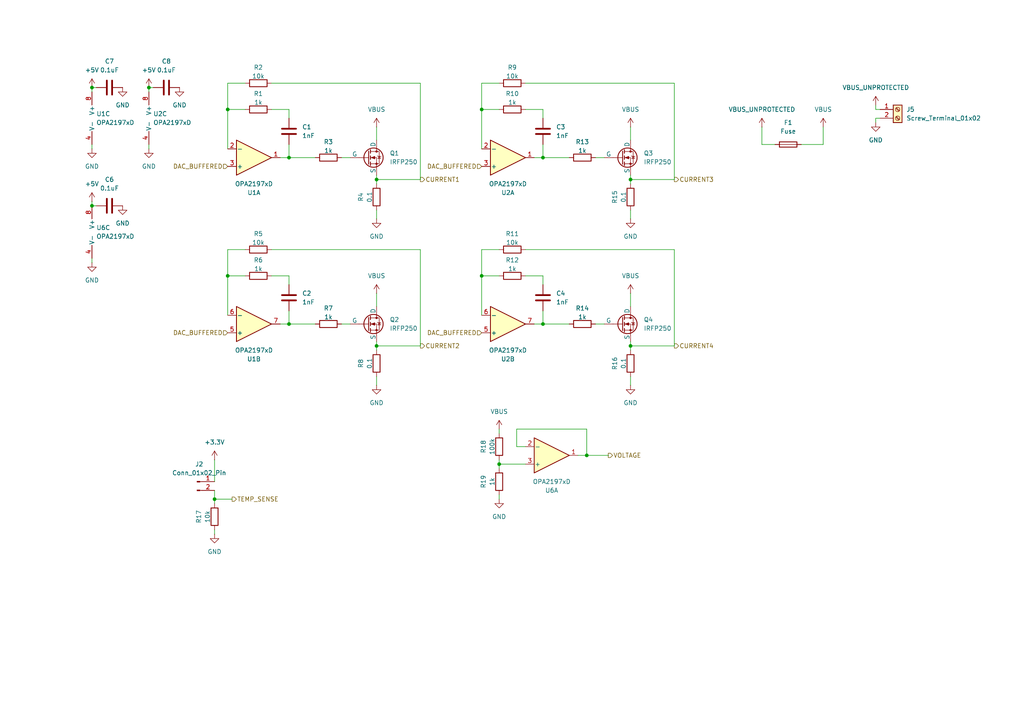
<source format=kicad_sch>
(kicad_sch (version 20250114) (generator "eeschema") (generator_version "9.0")
  (paper "A4")
  (lib_symbols
    (symbol "Amplifier_Operational:OPA2197xD" (pin_names (offset 0.127))
      (property "Reference" "U" (at 2.54 6.35 0))
      (property "Value" "OPA2197xD" (at 2.54 3.81 0))
      (symbol "OPA2197xD_1_1"
        (polyline (pts (xy 5.08 0) (xy -5.08 5.08) (xy -5.08 -5.08) (xy 5.08 0)) (stroke (width 0.254)) (fill (type background)))
        (pin input line (at -7.62 2.54 0) (length 2.54) (name "+") (number "3"))
        (pin input line (at -7.62 -2.54 0) (length 2.54) (name "-") (number "2"))
        (pin output line (at 7.62 0 180) (length 2.54) (name "~") (number "1"))
      )
      (symbol "OPA2197xD_2_1"
        (polyline (pts (xy 5.08 0) (xy -5.08 5.08) (xy -5.08 -5.08) (xy 5.08 0)) (stroke (width 0.254)) (fill (type background)))
        (pin input line (at -7.62 2.54 0) (length 2.54) (name "+") (number "5"))
        (pin input line (at -7.62 -2.54 0) (length 2.54) (name "-") (number "6"))
        (pin output line (at 7.62 0 180) (length 2.54) (name "~") (number "7"))
      )
      (symbol "OPA2197xD_3_1"
        (pin power_in line (at 0 7.62 270) (length 3.81) (name "V+") (number "8"))
        (pin power_in line (at 0 -7.62 90) (length 3.81) (name "V-") (number "4"))
      )
    )
    (symbol "Connector:Conn_01x02_Pin" (pin_names (offset 1.016) (hide yes))
      (property "Reference" "J" (at 0 2.54 0))
      (property "Value" "Conn_01x02_Pin" (at 0 -5.08 0))
      (symbol "Conn_01x02_Pin_1_1"
        (rectangle (start 0.8636 0.127) (end 0 -0.127) (stroke (width 0.1524)) (fill (type outline)))
        (rectangle (start 0.8636 -2.413) (end 0 -2.667) (stroke (width 0.1524)) (fill (type outline)))
        (polyline (pts (xy 1.27 0) (xy 0.8636 0)) (stroke (width 0.1524)))
        (polyline (pts (xy 1.27 -2.54) (xy 0.8636 -2.54)) (stroke (width 0.1524)))
        (pin passive line (at 5.08 0 180) (length 3.81) (name "Pin_1") (number "1"))
        (pin passive line (at 5.08 -2.54 180) (length 3.81) (name "Pin_2") (number "2"))
      )
    )
    (symbol "Connector:Screw_Terminal_01x02" (pin_names (offset 1.016) (hide yes))
      (property "Reference" "J" (at 0 2.54 0))
      (property "Value" "Screw_Terminal_01x02" (at 0 -5.08 0))
      (symbol "Screw_Terminal_01x02_1_1"
        (rectangle (start -1.27 1.27) (end 1.27 -3.81) (stroke (width 0.254)) (fill (type background)))
        (polyline (pts (xy -0.5334 0.3302) (xy 0.3302 -0.508)) (stroke (width 0.1524)))
        (polyline (pts (xy -0.5334 -2.2098) (xy 0.3302 -3.048)) (stroke (width 0.1524)))
        (polyline (pts (xy -0.3556 0.508) (xy 0.508 -0.3302)) (stroke (width 0.1524)))
        (polyline (pts (xy -0.3556 -2.032) (xy 0.508 -2.8702)) (stroke (width 0.1524)))
        (circle (center 0 0) (radius 0.635) (stroke (width 0.1524)))
        (circle (center 0 -2.54) (radius 0.635) (stroke (width 0.1524)))
        (pin passive line (at -5.08 0 0) (length 3.81) (name "Pin_1") (number "1"))
        (pin passive line (at -5.08 -2.54 0) (length 3.81) (name "Pin_2") (number "2"))
      )
    )
    (symbol "Device:C" (pin_numbers (hide yes)) (pin_names (offset 0.254))
      (property "Reference" "C" (at 0.635 2.54 0))
      (property "Value" "C" (at 0.635 -2.54 0))
      (symbol "C_0_1"
        (polyline (pts (xy -2.032 0.762) (xy 2.032 0.762)) (stroke (width 0.508)))
        (polyline (pts (xy -2.032 -0.762) (xy 2.032 -0.762)) (stroke (width 0.508)))
      )
      (symbol "C_1_1"
        (pin passive line (at 0 3.81 270) (length 2.794) (name "~") (number "1"))
        (pin passive line (at 0 -3.81 90) (length 2.794) (name "~") (number "2"))
      )
    )
    (symbol "Device:Fuse" (pin_numbers (hide yes)) (pin_names (offset 0))
      (property "Reference" "F" (at 2.032 0 90))
      (property "Value" "Fuse" (at -1.905 0 90))
      (symbol "Fuse_0_1"
        (rectangle (start -0.762 -2.54) (end 0.762 2.54) (stroke (width 0.254)))
        (polyline (pts (xy 0 2.54) (xy 0 -2.54)))
      )
      (symbol "Fuse_1_1"
        (pin passive line (at 0 3.81 270) (length 1.27) (name "~") (number "1"))
        (pin passive line (at 0 -3.81 90) (length 1.27) (name "~") (number "2"))
      )
    )
    (symbol "Device:R" (pin_numbers (hide yes)) (pin_names (offset 0))
      (property "Reference" "R" (at 2.032 0 90))
      (property "Value" "R" (at 0 0 90))
      (symbol "R_0_1"
        (rectangle (start -1.016 -2.54) (end 1.016 2.54) (stroke (width 0.254)))
      )
      (symbol "R_1_1"
        (pin passive line (at 0 3.81 270) (length 1.27) (name "~") (number "1"))
        (pin passive line (at 0 -3.81 90) (length 1.27) (name "~") (number "2"))
      )
    )
    (symbol "NMOS_1" (pin_numbers (hide yes)) (pin_names (offset 0))
      (property "Reference" "Q1" (at 6.35 1.2701 0))
      (property "Value" "IRFP250" (at 6.35 -1.2699 0))
      (symbol "NMOS_1_0_1"
        (polyline (pts (xy 0.254 1.905) (xy 0.254 -1.905)) (stroke (width 0.254)))
        (polyline (pts (xy 0.254 0) (xy -2.54 0)))
        (polyline (pts (xy 0.762 2.286) (xy 0.762 1.27)) (stroke (width 0.254)))
        (polyline (pts (xy 0.762 0.508) (xy 0.762 -0.508)) (stroke (width 0.254)))
        (polyline (pts (xy 0.762 -1.27) (xy 0.762 -2.286)) (stroke (width 0.254)))
        (polyline (pts (xy 0.762 -1.778) (xy 3.302 -1.778) (xy 3.302 1.778) (xy 0.762 1.778)))
        (polyline (pts (xy 1.016 0) (xy 2.032 0.381) (xy 2.032 -0.381) (xy 1.016 0)) (fill (type outline)))
        (circle (center 1.651 0) (radius 2.794) (stroke (width 0.254)))
        (polyline (pts (xy 2.54 2.54) (xy 2.54 1.778)))
        (circle (center 2.54 1.778) (radius 0.254) (fill (type outline)))
        (circle (center 2.54 -1.778) (radius 0.254) (fill (type outline)))
        (polyline (pts (xy 2.54 -2.54) (xy 2.54 0) (xy 0.762 0)))
        (polyline (pts (xy 2.794 0.508) (xy 2.921 0.381) (xy 3.683 0.381) (xy 3.81 0.254)))
        (polyline (pts (xy 3.302 0.381) (xy 2.921 -0.254) (xy 3.683 -0.254) (xy 3.302 0.381)))
      )
      (symbol "NMOS_1_1_1"
        (pin input line (at -5.08 0 0) (length 2.54) (name "G") (number "1"))
        (pin passive line (at 2.54 5.08 270) (length 2.54) (name "D") (number "2"))
        (pin passive line (at 2.54 -5.08 90) (length 2.54) (name "S") (number "3"))
      )
    )
    (symbol "NMOS_2" (pin_numbers (hide yes)) (pin_names (offset 0))
      (property "Reference" "Q3" (at 6.35 1.2701 0))
      (property "Value" "IRFP250" (at 6.35 -1.2699 0))
      (symbol "NMOS_2_0_1"
        (polyline (pts (xy 0.254 1.905) (xy 0.254 -1.905)) (stroke (width 0.254)))
        (polyline (pts (xy 0.254 0) (xy -2.54 0)))
        (polyline (pts (xy 0.762 2.286) (xy 0.762 1.27)) (stroke (width 0.254)))
        (polyline (pts (xy 0.762 0.508) (xy 0.762 -0.508)) (stroke (width 0.254)))
        (polyline (pts (xy 0.762 -1.27) (xy 0.762 -2.286)) (stroke (width 0.254)))
        (polyline (pts (xy 0.762 -1.778) (xy 3.302 -1.778) (xy 3.302 1.778) (xy 0.762 1.778)))
        (polyline (pts (xy 1.016 0) (xy 2.032 0.381) (xy 2.032 -0.381) (xy 1.016 0)) (fill (type outline)))
        (circle (center 1.651 0) (radius 2.794) (stroke (width 0.254)))
        (polyline (pts (xy 2.54 2.54) (xy 2.54 1.778)))
        (circle (center 2.54 1.778) (radius 0.254) (fill (type outline)))
        (circle (center 2.54 -1.778) (radius 0.254) (fill (type outline)))
        (polyline (pts (xy 2.54 -2.54) (xy 2.54 0) (xy 0.762 0)))
        (polyline (pts (xy 2.794 0.508) (xy 2.921 0.381) (xy 3.683 0.381) (xy 3.81 0.254)))
        (polyline (pts (xy 3.302 0.381) (xy 2.921 -0.254) (xy 3.683 -0.254) (xy 3.302 0.381)))
      )
      (symbol "NMOS_2_1_1"
        (pin input line (at -5.08 0 0) (length 2.54) (name "G") (number "1"))
        (pin passive line (at 2.54 5.08 270) (length 2.54) (name "D") (number "2"))
        (pin passive line (at 2.54 -5.08 90) (length 2.54) (name "S") (number "3"))
      )
    )
    (symbol "NMOS_3" (pin_numbers (hide yes)) (pin_names (offset 0))
      (property "Reference" "Q2" (at 6.35 1.2701 0))
      (property "Value" "IRFP250" (at 6.35 -1.2699 0))
      (symbol "NMOS_3_0_1"
        (polyline (pts (xy 0.254 1.905) (xy 0.254 -1.905)) (stroke (width 0.254)))
        (polyline (pts (xy 0.254 0) (xy -2.54 0)))
        (polyline (pts (xy 0.762 2.286) (xy 0.762 1.27)) (stroke (width 0.254)))
        (polyline (pts (xy 0.762 0.508) (xy 0.762 -0.508)) (stroke (width 0.254)))
        (polyline (pts (xy 0.762 -1.27) (xy 0.762 -2.286)) (stroke (width 0.254)))
        (polyline (pts (xy 0.762 -1.778) (xy 3.302 -1.778) (xy 3.302 1.778) (xy 0.762 1.778)))
        (polyline (pts (xy 1.016 0) (xy 2.032 0.381) (xy 2.032 -0.381) (xy 1.016 0)) (fill (type outline)))
        (circle (center 1.651 0) (radius 2.794) (stroke (width 0.254)))
        (polyline (pts (xy 2.54 2.54) (xy 2.54 1.778)))
        (circle (center 2.54 1.778) (radius 0.254) (fill (type outline)))
        (circle (center 2.54 -1.778) (radius 0.254) (fill (type outline)))
        (polyline (pts (xy 2.54 -2.54) (xy 2.54 0) (xy 0.762 0)))
        (polyline (pts (xy 2.794 0.508) (xy 2.921 0.381) (xy 3.683 0.381) (xy 3.81 0.254)))
        (polyline (pts (xy 3.302 0.381) (xy 2.921 -0.254) (xy 3.683 -0.254) (xy 3.302 0.381)))
      )
      (symbol "NMOS_3_1_1"
        (pin input line (at -5.08 0 0) (length 2.54) (name "G") (number "1"))
        (pin passive line (at 2.54 5.08 270) (length 2.54) (name "D") (number "2"))
        (pin passive line (at 2.54 -5.08 90) (length 2.54) (name "S") (number "3"))
      )
    )
    (symbol "Simulation_SPICE:NMOS" (pin_numbers (hide yes)) (pin_names (offset 0))
      (property "Reference" "Q4" (at 6.35 1.2701 0))
      (property "Value" "IRFP250" (at 6.35 -1.2699 0))
      (symbol "NMOS_0_1"
        (polyline (pts (xy 0.254 1.905) (xy 0.254 -1.905)) (stroke (width 0.254)))
        (polyline (pts (xy 0.254 0) (xy -2.54 0)))
        (polyline (pts (xy 0.762 2.286) (xy 0.762 1.27)) (stroke (width 0.254)))
        (polyline (pts (xy 0.762 0.508) (xy 0.762 -0.508)) (stroke (width 0.254)))
        (polyline (pts (xy 0.762 -1.27) (xy 0.762 -2.286)) (stroke (width 0.254)))
        (polyline (pts (xy 0.762 -1.778) (xy 3.302 -1.778) (xy 3.302 1.778) (xy 0.762 1.778)))
        (polyline (pts (xy 1.016 0) (xy 2.032 0.381) (xy 2.032 -0.381) (xy 1.016 0)) (fill (type outline)))
        (circle (center 1.651 0) (radius 2.794) (stroke (width 0.254)))
        (polyline (pts (xy 2.54 2.54) (xy 2.54 1.778)))
        (circle (center 2.54 1.778) (radius 0.254) (fill (type outline)))
        (circle (center 2.54 -1.778) (radius 0.254) (fill (type outline)))
        (polyline (pts (xy 2.54 -2.54) (xy 2.54 0) (xy 0.762 0)))
        (polyline (pts (xy 2.794 0.508) (xy 2.921 0.381) (xy 3.683 0.381) (xy 3.81 0.254)))
        (polyline (pts (xy 3.302 0.381) (xy 2.921 -0.254) (xy 3.683 -0.254) (xy 3.302 0.381)))
      )
      (symbol "NMOS_1_1"
        (pin input line (at -5.08 0 0) (length 2.54) (name "G") (number "1"))
        (pin passive line (at 2.54 5.08 270) (length 2.54) (name "D") (number "2"))
        (pin passive line (at 2.54 -5.08 90) (length 2.54) (name "S") (number "3"))
      )
    )
    (symbol "power:+3.3V" (power) (pin_numbers (hide yes)) (pin_names (offset 0) (hide yes))
      (property "Value" "+3.3V" (at 0 3.556 0))
      (symbol "+3.3V_0_1"
        (polyline (pts (xy -0.762 1.27) (xy 0 2.54)))
        (polyline (pts (xy 0 2.54) (xy 0.762 1.27)))
        (polyline (pts (xy 0 0) (xy 0 2.54)))
      )
      (symbol "+3.3V_1_1"
        (pin power_in line (at 0 0 90) (length 0) (name "~") (number "1"))
      )
    )
    (symbol "power:+5V" (power) (pin_numbers (hide yes)) (pin_names (offset 0) (hide yes))
      (property "Value" "+5V" (at 0 3.556 0))
      (symbol "+5V_0_1"
        (polyline (pts (xy -0.762 1.27) (xy 0 2.54)))
        (polyline (pts (xy 0 2.54) (xy 0.762 1.27)))
        (polyline (pts (xy 0 0) (xy 0 2.54)))
      )
      (symbol "+5V_1_1"
        (pin power_in line (at 0 0 90) (length 0) (name "~") (number "1"))
      )
    )
    (symbol "power:GND" (power) (pin_numbers (hide yes)) (pin_names (offset 0) (hide yes))
      (property "Value" "GND" (at 0 -3.81 0))
      (symbol "GND_0_1"
        (polyline (pts (xy 0 0) (xy 0 -1.27) (xy 1.27 -1.27) (xy 0 -2.54) (xy -1.27 -1.27) (xy 0 -1.27)))
      )
      (symbol "GND_1_1"
        (pin power_in line (at 0 0 270) (length 0) (name "~") (number "1"))
      )
    )
    (symbol "power:VBUS" (power) (pin_numbers (hide yes)) (pin_names (offset 0) (hide yes))
      (property "Value" "VBUS" (at 0 3.556 0))
      (symbol "VBUS_0_1"
        (polyline (pts (xy -0.762 1.27) (xy 0 2.54)))
        (polyline (pts (xy 0 2.54) (xy 0.762 1.27)))
        (polyline (pts (xy 0 0) (xy 0 2.54)))
      )
      (symbol "VBUS_1_1"
        (pin power_in line (at 0 0 90) (length 0) (name "~") (number "1"))
      )
    )
  )
  (junction (at 139.7 80.01))
  (junction (at 66.04 80.01))
  (junction (at 109.22 52.07))
  (junction (at 62.23 144.78))
  (junction (at 43.18 25.4))
  (junction (at 66.04 31.75))
  (junction (at 157.48 45.72))
  (junction (at 26.67 59.69))
  (junction (at 109.22 100.33))
  (junction (at 182.88 100.33))
  (junction (at 26.67 25.4))
  (junction (at 182.88 52.07))
  (junction (at 83.82 93.98))
  (junction (at 139.7 31.75))
  (junction (at 144.78 134.62))
  (junction (at 170.18 132.08))
  (junction (at 83.82 45.72))
  (junction (at 157.48 93.98))
  (wire (pts (xy 152.4 72.39) (xy 195.58 72.39)))
  (wire (pts (xy 83.82 31.75) (xy 83.82 34.29)))
  (wire (pts (xy 144.78 124.46) (xy 144.78 125.73)))
  (wire (pts (xy 232.41 41.91) (xy 238.76 41.91)))
  (wire (pts (xy 254 30.48) (xy 254 31.75)))
  (wire (pts (xy 157.48 45.72) (xy 165.1 45.72)))
  (wire (pts (xy 139.7 31.75) (xy 139.7 24.13)))
  (wire (pts (xy 182.88 109.22) (xy 182.88 111.76)))
  (wire (pts (xy 66.04 80.01) (xy 66.04 72.39)))
  (wire (pts (xy 66.04 24.13) (xy 71.12 24.13)))
  (wire (pts (xy 62.23 144.78) (xy 67.31 144.78)))
  (wire (pts (xy 170.18 124.46) (xy 170.18 132.08)))
  (wire (pts (xy 195.58 24.13) (xy 195.58 52.07)))
  (wire (pts (xy 254 31.75) (xy 255.27 31.75)))
  (wire (pts (xy 66.04 91.44) (xy 66.04 80.01)))
  (wire (pts (xy 157.48 31.75) (xy 157.48 34.29)))
  (wire (pts (xy 83.82 80.01) (xy 83.82 82.55)))
  (wire (pts (xy 26.67 41.91) (xy 26.67 43.18)))
  (wire (pts (xy 149.86 124.46) (xy 170.18 124.46)))
  (wire (pts (xy 43.18 41.91) (xy 43.18 43.18)))
  (wire (pts (xy 27.94 25.4) (xy 26.67 25.4)))
  (wire (pts (xy 62.23 153.67) (xy 62.23 154.94)))
  (wire (pts (xy 195.58 100.33) (xy 182.88 100.33)))
  (wire (pts (xy 149.86 129.54) (xy 149.86 124.46)))
  (wire (pts (xy 109.22 50.8) (xy 109.22 52.07)))
  (wire (pts (xy 152.4 80.01) (xy 157.48 80.01)))
  (wire (pts (xy 182.88 50.8) (xy 182.88 52.07)))
  (wire (pts (xy 62.23 142.24) (xy 62.23 144.78)))
  (wire (pts (xy 62.23 133.35) (xy 62.23 139.7)))
  (wire (pts (xy 43.18 25.4) (xy 43.18 26.67)))
  (wire (pts (xy 220.98 36.83) (xy 220.98 41.91)))
  (wire (pts (xy 195.58 52.07) (xy 182.88 52.07)))
  (wire (pts (xy 175.26 93.98) (xy 172.72 93.98)))
  (wire (pts (xy 238.76 41.91) (xy 238.76 36.83)))
  (wire (pts (xy 78.74 80.01) (xy 83.82 80.01)))
  (wire (pts (xy 109.22 85.09) (xy 109.22 88.9)))
  (wire (pts (xy 101.6 45.72) (xy 99.06 45.72)))
  (wire (pts (xy 44.45 25.4) (xy 43.18 25.4)))
  (wire (pts (xy 101.6 93.98) (xy 99.06 93.98)))
  (wire (pts (xy 66.04 80.01) (xy 71.12 80.01)))
  (wire (pts (xy 182.88 60.96) (xy 182.88 63.5)))
  (wire (pts (xy 157.48 93.98) (xy 154.94 93.98)))
  (wire (pts (xy 254 34.29) (xy 255.27 34.29)))
  (wire (pts (xy 139.7 80.01) (xy 144.78 80.01)))
  (wire (pts (xy 195.58 72.39) (xy 195.58 100.33)))
  (wire (pts (xy 109.22 109.22) (xy 109.22 111.76)))
  (wire (pts (xy 121.92 24.13) (xy 121.92 52.07)))
  (wire (pts (xy 144.78 134.62) (xy 152.4 134.62)))
  (wire (pts (xy 139.7 31.75) (xy 144.78 31.75)))
  (wire (pts (xy 109.22 99.06) (xy 109.22 100.33)))
  (wire (pts (xy 254 35.56) (xy 254 34.29)))
  (wire (pts (xy 157.48 41.91) (xy 157.48 45.72)))
  (wire (pts (xy 139.7 24.13) (xy 144.78 24.13)))
  (wire (pts (xy 66.04 72.39) (xy 71.12 72.39)))
  (wire (pts (xy 139.7 72.39) (xy 144.78 72.39)))
  (wire (pts (xy 157.48 45.72) (xy 154.94 45.72)))
  (wire (pts (xy 26.67 58.42) (xy 26.67 59.69)))
  (wire (pts (xy 78.74 72.39) (xy 121.92 72.39)))
  (wire (pts (xy 152.4 129.54) (xy 149.86 129.54)))
  (wire (pts (xy 170.18 132.08) (xy 167.64 132.08)))
  (wire (pts (xy 83.82 41.91) (xy 83.82 45.72)))
  (wire (pts (xy 157.48 93.98) (xy 165.1 93.98)))
  (wire (pts (xy 83.82 93.98) (xy 81.28 93.98)))
  (wire (pts (xy 139.7 80.01) (xy 139.7 72.39)))
  (wire (pts (xy 83.82 93.98) (xy 91.44 93.98)))
  (wire (pts (xy 109.22 52.07) (xy 109.22 53.34)))
  (wire (pts (xy 139.7 91.44) (xy 139.7 80.01)))
  (wire (pts (xy 109.22 36.83) (xy 109.22 40.64)))
  (wire (pts (xy 78.74 31.75) (xy 83.82 31.75)))
  (wire (pts (xy 157.48 80.01) (xy 157.48 82.55)))
  (wire (pts (xy 144.78 133.35) (xy 144.78 134.62)))
  (wire (pts (xy 121.92 52.07) (xy 109.22 52.07)))
  (wire (pts (xy 83.82 45.72) (xy 91.44 45.72)))
  (wire (pts (xy 78.74 24.13) (xy 121.92 24.13)))
  (wire (pts (xy 144.78 143.51) (xy 144.78 144.78)))
  (wire (pts (xy 66.04 31.75) (xy 71.12 31.75)))
  (wire (pts (xy 83.82 90.17) (xy 83.82 93.98)))
  (wire (pts (xy 175.26 45.72) (xy 172.72 45.72)))
  (wire (pts (xy 220.98 41.91) (xy 224.79 41.91)))
  (wire (pts (xy 109.22 60.96) (xy 109.22 63.5)))
  (wire (pts (xy 152.4 31.75) (xy 157.48 31.75)))
  (wire (pts (xy 182.88 100.33) (xy 182.88 101.6)))
  (wire (pts (xy 83.82 45.72) (xy 81.28 45.72)))
  (wire (pts (xy 26.67 74.93) (xy 26.67 76.2)))
  (wire (pts (xy 182.88 36.83) (xy 182.88 40.64)))
  (wire (pts (xy 182.88 85.09) (xy 182.88 88.9)))
  (wire (pts (xy 157.48 90.17) (xy 157.48 93.98)))
  (wire (pts (xy 121.92 100.33) (xy 109.22 100.33)))
  (wire (pts (xy 26.67 25.4) (xy 26.67 26.67)))
  (wire (pts (xy 66.04 43.18) (xy 66.04 31.75)))
  (wire (pts (xy 182.88 52.07) (xy 182.88 53.34)))
  (wire (pts (xy 170.18 132.08) (xy 176.53 132.08)))
  (wire (pts (xy 152.4 24.13) (xy 195.58 24.13)))
  (wire (pts (xy 121.92 72.39) (xy 121.92 100.33)))
  (wire (pts (xy 182.88 99.06) (xy 182.88 100.33)))
  (wire (pts (xy 139.7 43.18) (xy 139.7 31.75)))
  (wire (pts (xy 27.94 59.69) (xy 26.67 59.69)))
  (wire (pts (xy 109.22 100.33) (xy 109.22 101.6)))
  (wire (pts (xy 144.78 134.62) (xy 144.78 135.89)))
  (wire (pts (xy 62.23 144.78) (xy 62.23 146.05)))
  (wire (pts (xy 66.04 31.75) (xy 66.04 24.13)))
  (hierarchical_label "TEMP_SENSE" (shape output) (at 67.31 144.78 0))
  (hierarchical_label "CURRENT1" (shape output) (at 121.92 52.07 0))
  (hierarchical_label "DAC_BUFFERED" (shape input) (at 66.04 96.52 180))
  (hierarchical_label "VOLTAGE" (shape output) (at 176.4096 132.08 0))
  (hierarchical_label "CURRENT4" (shape output) (at 195.58 100.33 0))
  (hierarchical_label "CURRENT3" (shape output) (at 195.58 52.07 0))
  (hierarchical_label "DAC_BUFFERED" (shape input) (at 139.7 48.26 180))
  (hierarchical_label "DAC_BUFFERED" (shape input) (at 66.04 48.26 180))
  (hierarchical_label "CURRENT2" (shape output) (at 121.92 100.33 0))
  (hierarchical_label "DAC_BUFFERED" (shape input) (at 139.7 96.52 180))
  (symbol (lib_id "Amplifier_Operational:OPA2197xD") (at 73.66 45.72 0) (mirror x) (unit 1)
    (property "Reference" "U1" (at 73.66 55.88 0))
    (property "Value" "OPA2197xD" (at 73.66 53.34 0))
    (property "Footprint" "Package_SO:SOIC-8_3.9x4.9mm_P1.27mm" (effects (hide yes)))
    (property "Datasheet" "http://www.ti.com/lit/ds/symlink/opa2197.pdf" (effects (hide yes)))
    (property "Description" "Dual 36V, Precision, Rail-to-Rail Input/Output, Low Offset Voltage, Operational Amplifier, SOIC-8" (effects (hide yes)))
  )
  (symbol (lib_id "Device:C") (at 31.75 59.69 90) (unit 1)
    (property "Reference" "C6" (at 31.75 52.07 90))
    (property "Value" "0.1uF" (at 31.75 54.61 90))
    (property "Footprint" "Capacitor_SMD:C_0603_1608Metric" (effects (hide yes)))
    (property "Description" "Unpolarized capacitor" (effects (hide yes)))
  )
  (symbol (lib_id "power:+5V") (at 26.67 58.42 0) (unit 1)
    (property "Reference" "#PWR030" (effects (hide yes)))
    (property "Value" "+5V" (at 26.67 53.34 0))
    (property "Description" "Power symbol creates a global label with name \"+5V\"" (effects (hide yes)))
  )
  (symbol (lib_id "Device:R") (at 148.59 80.01 90) (unit 1)
    (property "Reference" "R12" (at 148.59 75.438 90))
    (property "Value" "1k" (at 148.59 77.978 90))
    (property "Footprint" "Resistor_SMD:R_0603_1608Metric" (effects (hide yes)))
    (property "Description" "Resistor" (effects (hide yes)))
  )
  (symbol (lib_id "Device:Fuse") (at 228.6 41.91 90) (unit 1)
    (property "Reference" "F1" (at 228.6 35.56 90))
    (property "Value" "Fuse" (at 228.6 38.1 90))
    (property "Footprint" "Fuse:Fuseholder_Cylinder-5x20mm_Schurter_0031_8201_Horizontal_Open" (effects (hide yes)))
    (property "Description" "Fuse" (effects (hide yes)))
  )
  (symbol (lib_id "power:GND") (at 26.67 76.2 0) (unit 1)
    (property "Reference" "#PWR031" (effects (hide yes)))
    (property "Value" "GND" (at 26.67 81.28 0))
    (property "Description" "Power symbol creates a global label with name \"GND\" , ground" (effects (hide yes)))
  )
  (symbol (lib_id "Device:R") (at 74.93 24.13 90) (unit 1)
    (property "Reference" "R2" (at 74.93 19.558 90))
    (property "Value" "10k" (at 74.93 22.098 90))
    (property "Footprint" "Resistor_SMD:R_0603_1608Metric" (effects (hide yes)))
    (property "Description" "Resistor" (effects (hide yes)))
  )
  (symbol (lib_id "Amplifier_Operational:OPA2197xD") (at 26.67 34.29 0) (unit 3)
    (property "Reference" "U1" (at 27.94 33.0199 0) (effects (justify left)))
    (property "Value" "OPA2197xD" (at 27.94 35.5599 0) (effects (justify left)))
    (property "Footprint" "Package_SO:SOIC-8_3.9x4.9mm_P1.27mm" (effects (hide yes)))
    (property "Datasheet" "http://www.ti.com/lit/ds/symlink/opa2197.pdf" (effects (hide yes)))
    (property "Description" "Dual 36V, Precision, Rail-to-Rail Input/Output, Low Offset Voltage, Operational Amplifier, SOIC-8" (effects (hide yes)))
  )
  (symbol (lib_id "power:GND") (at 254 35.56 0) (unit 1)
    (property "Reference" "#PWR040" (effects (hide yes)))
    (property "Value" "GND" (at 254 40.64 0))
    (property "Description" "Power symbol creates a global label with name \"GND\" , ground" (effects (hide yes)))
  )
  (symbol (lib_id "Device:R") (at 62.23 149.86 180) (unit 1)
    (property "Reference" "R17" (at 57.658 149.86 90))
    (property "Value" "10k" (at 60.198 149.86 90))
    (property "Footprint" "Resistor_SMD:R_0603_1608Metric" (effects (hide yes)))
    (property "Description" "Resistor" (effects (hide yes)))
  )
  (symbol (lib_name "NMOS_1") (lib_id "Simulation_SPICE:NMOS") (at 106.68 45.72 0) (unit 1)
    (property "Reference" "Q1" (at 113.03 44.4499 0) (effects (justify left)))
    (property "Value" "IRFP250" (at 113.03 46.9899 0) (effects (justify left)))
    (property "Footprint" "Package_TO_SOT_THT:TO-247-3_Vertical" (effects (hide yes)))
    (property "Datasheet" "https://ngspice.sourceforge.io/docs/ngspice-html-manual/manual.xhtml#cha_MOSFETs" (effects (hide yes)))
    (property "Description" "N-MOSFET transistor, drain/source/gate" (effects (hide yes)))
    (property "Sim.Device" "NMOS" (effects (hide yes)))
    (property "Sim.Type" "VDMOS" (effects (hide yes)))
    (property "Sim.Pins" "1=D 2=G 3=S" (effects (hide yes)))
  )
  (symbol (lib_id "power:VBUS") (at 220.98 36.83 0) (unit 1)
    (property "Reference" "#PWR042" (effects (hide yes)))
    (property "Value" "VBUS_UNPROTECTED" (at 220.98 31.75 0))
    (property "Description" "Power symbol creates a global label with name \"VBUS\"" (effects (hide yes)))
  )
  (symbol (lib_id "power:GND") (at 26.67 43.18 0) (unit 1)
    (property "Reference" "#PWR06" (effects (hide yes)))
    (property "Value" "GND" (at 26.67 48.26 0))
    (property "Description" "Power symbol creates a global label with name \"GND\" , ground" (effects (hide yes)))
  )
  (symbol (lib_id "Device:R") (at 182.88 57.15 180) (unit 1)
    (property "Reference" "R15" (at 178.308 57.15 90))
    (property "Value" "0.1" (at 180.848 57.15 90))
    (property "Footprint" "Resistor_SMD:R_2512_6332Metric_Pad1.40x3.35mm_HandSolder" (effects (hide yes)))
    (property "Description" "Resistor" (effects (hide yes)))
  )
  (symbol (lib_id "power:+5V") (at 43.18 25.4 0) (unit 1)
    (property "Reference" "#PWR011" (effects (hide yes)))
    (property "Value" "+5V" (at 43.18 20.32 0))
    (property "Description" "Power symbol creates a global label with name \"+5V\"" (effects (hide yes)))
  )
  (symbol (lib_id "power:GND") (at 182.88 111.76 0) (unit 1)
    (property "Reference" "#PWR010" (effects (hide yes)))
    (property "Value" "GND" (at 182.88 116.84 0))
    (property "Description" "Power symbol creates a global label with name \"GND\" , ground" (effects (hide yes)))
  )
  (symbol (lib_id "Amplifier_Operational:OPA2197xD") (at 73.66 93.98 0) (mirror x) (unit 2)
    (property "Reference" "U1" (at 73.66 104.14 0))
    (property "Value" "OPA2197xD" (at 73.66 101.6 0))
    (property "Footprint" "Package_SO:SOIC-8_3.9x4.9mm_P1.27mm" (effects (hide yes)))
    (property "Datasheet" "http://www.ti.com/lit/ds/symlink/opa2197.pdf" (effects (hide yes)))
    (property "Description" "Dual 36V, Precision, Rail-to-Rail Input/Output, Low Offset Voltage, Operational Amplifier, SOIC-8" (effects (hide yes)))
  )
  (symbol (lib_id "power:+5V") (at 26.67 25.4 0) (unit 1)
    (property "Reference" "#PWR05" (effects (hide yes)))
    (property "Value" "+5V" (at 26.67 20.32 0))
    (property "Description" "Power symbol creates a global label with name \"+5V\"" (effects (hide yes)))
  )
  (symbol (lib_id "Amplifier_Operational:OPA2197xD") (at 43.18 34.29 0) (unit 3)
    (property "Reference" "U2" (at 44.45 33.0199 0) (effects (justify left)))
    (property "Value" "OPA2197xD" (at 44.45 35.5599 0) (effects (justify left)))
    (property "Footprint" "Package_SO:SOIC-8_3.9x4.9mm_P1.27mm" (effects (hide yes)))
    (property "Datasheet" "http://www.ti.com/lit/ds/symlink/opa2197.pdf" (effects (hide yes)))
    (property "Description" "Dual 36V, Precision, Rail-to-Rail Input/Output, Low Offset Voltage, Operational Amplifier, SOIC-8" (effects (hide yes)))
  )
  (symbol (lib_id "Device:C") (at 157.48 86.36 0) (unit 1)
    (property "Reference" "C4" (at 161.29 85.0899 0) (effects (justify left)))
    (property "Value" "1nF" (at 161.29 87.6299 0) (effects (justify left)))
    (property "Footprint" "Capacitor_SMD:C_0603_1608Metric" (effects (hide yes)))
    (property "Description" "Unpolarized capacitor" (effects (hide yes)))
  )
  (symbol (lib_id "Device:R") (at 74.93 80.01 90) (unit 1)
    (property "Reference" "R6" (at 74.93 75.438 90))
    (property "Value" "1k" (at 74.93 77.978 90))
    (property "Footprint" "Resistor_SMD:R_0603_1608Metric" (effects (hide yes)))
    (property "Description" "Resistor" (effects (hide yes)))
  )
  (symbol (lib_id "power:GND") (at 109.22 111.76 0) (unit 1)
    (property "Reference" "#PWR04" (effects (hide yes)))
    (property "Value" "GND" (at 109.22 116.84 0))
    (property "Description" "Power symbol creates a global label with name \"GND\" , ground" (effects (hide yes)))
  )
  (symbol (lib_id "Device:R") (at 148.59 31.75 90) (unit 1)
    (property "Reference" "R10" (at 148.59 27.178 90))
    (property "Value" "1k" (at 148.59 29.718 90))
    (property "Footprint" "Resistor_SMD:R_0603_1608Metric" (effects (hide yes)))
    (property "Description" "Resistor" (effects (hide yes)))
  )
  (symbol (lib_id "Device:C") (at 83.82 86.36 0) (unit 1)
    (property "Reference" "C2" (at 87.63 85.0899 0) (effects (justify left)))
    (property "Value" "1nF" (at 87.63 87.6299 0) (effects (justify left)))
    (property "Footprint" "Capacitor_SMD:C_0603_1608Metric" (effects (hide yes)))
    (property "Description" "Unpolarized capacitor" (effects (hide yes)))
  )
  (symbol (lib_id "Device:C") (at 48.26 25.4 90) (unit 1)
    (property "Reference" "C8" (at 48.26 17.78 90))
    (property "Value" "0.1uF" (at 48.26 20.32 90))
    (property "Footprint" "Capacitor_SMD:C_0603_1608Metric" (effects (hide yes)))
    (property "Description" "Unpolarized capacitor" (effects (hide yes)))
  )
  (symbol (lib_id "Device:R") (at 144.78 129.54 180) (unit 1)
    (property "Reference" "R18" (at 140.208 129.54 90))
    (property "Value" "100k" (at 142.748 129.54 90))
    (property "Footprint" "Resistor_SMD:R_0603_1608Metric" (effects (hide yes)))
    (property "Description" "Resistor" (effects (hide yes)))
  )
  (symbol (lib_id "power:VBUS") (at 144.78 124.46 0) (unit 1)
    (property "Reference" "#PWR032" (effects (hide yes)))
    (property "Value" "VBUS" (at 144.78 119.38 0))
    (property "Description" "Power symbol creates a global label with name \"VBUS\"" (effects (hide yes)))
  )
  (symbol (lib_id "Amplifier_Operational:OPA2197xD") (at 147.32 45.72 0) (mirror x) (unit 1)
    (property "Reference" "U2" (at 147.32 55.88 0))
    (property "Value" "OPA2197xD" (at 147.32 53.34 0))
    (property "Footprint" "Package_SO:SOIC-8_3.9x4.9mm_P1.27mm" (effects (hide yes)))
    (property "Datasheet" "http://www.ti.com/lit/ds/symlink/opa2197.pdf" (effects (hide yes)))
    (property "Description" "Dual 36V, Precision, Rail-to-Rail Input/Output, Low Offset Voltage, Operational Amplifier, SOIC-8" (effects (hide yes)))
  )
  (symbol (lib_name "NMOS_3") (lib_id "Simulation_SPICE:NMOS") (at 106.68 93.98 0) (unit 1)
    (property "Reference" "Q2" (at 113.03 92.7099 0) (effects (justify left)))
    (property "Value" "IRFP250" (at 113.03 95.2499 0) (effects (justify left)))
    (property "Footprint" "Package_TO_SOT_THT:TO-247-3_Vertical" (effects (hide yes)))
    (property "Datasheet" "https://ngspice.sourceforge.io/docs/ngspice-html-manual/manual.xhtml#cha_MOSFETs" (effects (hide yes)))
    (property "Description" "N-MOSFET transistor, drain/source/gate" (effects (hide yes)))
    (property "Sim.Device" "NMOS" (effects (hide yes)))
    (property "Sim.Type" "VDMOS" (effects (hide yes)))
    (property "Sim.Pins" "1=D 2=G 3=S" (effects (hide yes)))
  )
  (symbol (lib_id "power:GND") (at 35.56 59.69 0) (unit 1)
    (property "Reference" "#PWR036" (effects (hide yes)))
    (property "Value" "GND" (at 35.56 64.77 0))
    (property "Description" "Power symbol creates a global label with name \"GND\" , ground" (effects (hide yes)))
  )
  (symbol (lib_id "Device:C") (at 31.75 25.4 90) (unit 1)
    (property "Reference" "C7" (at 31.75 17.78 90))
    (property "Value" "0.1uF" (at 31.75 20.32 90))
    (property "Footprint" "Capacitor_SMD:C_0603_1608Metric" (effects (hide yes)))
    (property "Description" "Unpolarized capacitor" (effects (hide yes)))
  )
  (symbol (lib_id "Device:R") (at 95.25 93.98 90) (unit 1)
    (property "Reference" "R7" (at 95.25 89.408 90))
    (property "Value" "1k" (at 95.25 91.948 90))
    (property "Footprint" "Resistor_SMD:R_0603_1608Metric" (effects (hide yes)))
    (property "Description" "Resistor" (effects (hide yes)))
  )
  (symbol (lib_id "Amplifier_Operational:OPA2197xD") (at 26.67 67.31 0) (unit 3)
    (property "Reference" "U6" (at 27.94 66.0399 0) (effects (justify left)))
    (property "Value" "OPA2197xD" (at 27.94 68.5799 0) (effects (justify left)))
    (property "Footprint" "Package_SO:SOIC-8_3.9x4.9mm_P1.27mm" (effects (hide yes)))
    (property "Datasheet" "http://www.ti.com/lit/ds/symlink/opa2197.pdf" (effects (hide yes)))
    (property "Description" "Dual 36V, Precision, Rail-to-Rail Input/Output, Low Offset Voltage, Operational Amplifier, SOIC-8" (effects (hide yes)))
  )
  (symbol (lib_id "Device:R") (at 144.78 139.7 180) (unit 1)
    (property "Reference" "R19" (at 140.208 139.7 90))
    (property "Value" "1k" (at 142.748 139.7 90))
    (property "Footprint" "Resistor_SMD:R_0603_1608Metric" (effects (hide yes)))
    (property "Description" "Resistor" (effects (hide yes)))
  )
  (symbol (lib_id "power:VBUS") (at 254 30.48 0) (unit 1)
    (property "Reference" "#PWR041" (effects (hide yes)))
    (property "Value" "VBUS_UNPROTECTED" (at 254 25.4 0))
    (property "Description" "Power symbol creates a global label with name \"VBUS\"" (effects (hide yes)))
  )
  (symbol (lib_id "power:VBUS") (at 182.88 85.09 0) (unit 1)
    (property "Reference" "#PWR09" (effects (hide yes)))
    (property "Value" "VBUS" (at 182.88 80.01 0))
    (property "Description" "Power symbol creates a global label with name \"VBUS\"" (effects (hide yes)))
  )
  (symbol (lib_id "Device:R") (at 148.59 24.13 90) (unit 1)
    (property "Reference" "R9" (at 148.59 19.558 90))
    (property "Value" "10k" (at 148.59 22.098 90))
    (property "Footprint" "Resistor_SMD:R_0603_1608Metric" (effects (hide yes)))
    (property "Description" "Resistor" (effects (hide yes)))
  )
  (symbol (lib_id "Device:R") (at 109.22 105.41 180) (unit 1)
    (property "Reference" "R8" (at 104.648 105.41 90))
    (property "Value" "0.1" (at 107.188 105.41 90))
    (property "Footprint" "Resistor_SMD:R_2512_6332Metric_Pad1.40x3.35mm_HandSolder" (effects (hide yes)))
    (property "Description" "Resistor" (effects (hide yes)))
  )
  (symbol (lib_id "Simulation_SPICE:NMOS") (at 180.34 93.98 0) (unit 1)
    (property "Reference" "Q4" (at 186.69 92.7099 0) (effects (justify left)))
    (property "Value" "IRFP250" (at 186.69 95.2499 0) (effects (justify left)))
    (property "Footprint" "Package_TO_SOT_THT:TO-247-3_Vertical" (effects (hide yes)))
    (property "Datasheet" "https://ngspice.sourceforge.io/docs/ngspice-html-manual/manual.xhtml#cha_MOSFETs" (effects (hide yes)))
    (property "Description" "N-MOSFET transistor, drain/source/gate" (effects (hide yes)))
    (property "Sim.Device" "NMOS" (effects (hide yes)))
    (property "Sim.Type" "VDMOS" (effects (hide yes)))
    (property "Sim.Pins" "1=D 2=G 3=S" (effects (hide yes)))
  )
  (symbol (lib_id "Device:R") (at 182.88 105.41 180) (unit 1)
    (property "Reference" "R16" (at 178.308 105.41 90))
    (property "Value" "0.1" (at 180.848 105.41 90))
    (property "Footprint" "Resistor_SMD:R_2512_6332Metric_Pad1.40x3.35mm_HandSolder" (effects (hide yes)))
    (property "Description" "Resistor" (effects (hide yes)))
  )
  (symbol (lib_id "power:VBUS") (at 238.76 36.83 0) (unit 1)
    (property "Reference" "#PWR039" (effects (hide yes)))
    (property "Value" "VBUS" (at 238.76 31.75 0))
    (property "Description" "Power symbol creates a global label with name \"VBUS\"" (effects (hide yes)))
  )
  (symbol (lib_id "power:VBUS") (at 109.22 36.83 0) (unit 1)
    (property "Reference" "#PWR01" (effects (hide yes)))
    (property "Value" "VBUS" (at 109.22 31.75 0))
    (property "Description" "Power symbol creates a global label with name \"VBUS\"" (effects (hide yes)))
  )
  (symbol (lib_id "power:VBUS") (at 182.88 36.83 0) (unit 1)
    (property "Reference" "#PWR07" (effects (hide yes)))
    (property "Value" "VBUS" (at 182.88 31.75 0))
    (property "Description" "Power symbol creates a global label with name \"VBUS\"" (effects (hide yes)))
  )
  (symbol (lib_id "Device:C") (at 157.48 38.1 0) (unit 1)
    (property "Reference" "C3" (at 161.29 36.8299 0) (effects (justify left)))
    (property "Value" "1nF" (at 161.29 39.3699 0) (effects (justify left)))
    (property "Footprint" "Capacitor_SMD:C_0603_1608Metric" (effects (hide yes)))
    (property "Description" "Unpolarized capacitor" (effects (hide yes)))
  )
  (symbol (lib_id "Amplifier_Operational:OPA2197xD") (at 160.02 132.08 0) (mirror x) (unit 1)
    (property "Reference" "U6" (at 160.02 142.24 0))
    (property "Value" "OPA2197xD" (at 160.02 139.7 0))
    (property "Footprint" "Package_SO:SOIC-8_3.9x4.9mm_P1.27mm" (effects (hide yes)))
    (property "Datasheet" "http://www.ti.com/lit/ds/symlink/opa2197.pdf" (effects (hide yes)))
    (property "Description" "Dual 36V, Precision, Rail-to-Rail Input/Output, Low Offset Voltage, Operational Amplifier, SOIC-8" (effects (hide yes)))
  )
  (symbol (lib_id "power:GND") (at 35.56 25.4 0) (unit 1)
    (property "Reference" "#PWR037" (effects (hide yes)))
    (property "Value" "GND" (at 35.56 30.48 0))
    (property "Description" "Power symbol creates a global label with name \"GND\" , ground" (effects (hide yes)))
  )
  (symbol (lib_name "NMOS_2") (lib_id "Simulation_SPICE:NMOS") (at 180.34 45.72 0) (unit 1)
    (property "Reference" "Q3" (at 186.69 44.4499 0) (effects (justify left)))
    (property "Value" "IRFP250" (at 186.69 46.9899 0) (effects (justify left)))
    (property "Footprint" "Package_TO_SOT_THT:TO-247-3_Vertical" (effects (hide yes)))
    (property "Datasheet" "https://ngspice.sourceforge.io/docs/ngspice-html-manual/manual.xhtml#cha_MOSFETs" (effects (hide yes)))
    (property "Description" "N-MOSFET transistor, drain/source/gate" (effects (hide yes)))
    (property "Sim.Device" "NMOS" (effects (hide yes)))
    (property "Sim.Type" "VDMOS" (effects (hide yes)))
    (property "Sim.Pins" "1=D 2=G 3=S" (effects (hide yes)))
  )
  (symbol (lib_id "power:GND") (at 144.78 144.78 0) (unit 1)
    (property "Reference" "#PWR033" (effects (hide yes)))
    (property "Value" "GND" (at 144.78 149.86 0))
    (property "Description" "Power symbol creates a global label with name \"GND\" , ground" (effects (hide yes)))
  )
  (symbol (lib_id "power:GND") (at 43.18 43.18 0) (unit 1)
    (property "Reference" "#PWR012" (effects (hide yes)))
    (property "Value" "GND" (at 43.18 48.26 0))
    (property "Description" "Power symbol creates a global label with name \"GND\" , ground" (effects (hide yes)))
  )
  (symbol (lib_id "power:+3.3V") (at 62.23 133.35 0) (unit 1)
    (property "Reference" "#PWR025" (effects (hide yes)))
    (property "Value" "+3.3V" (at 62.23 128.27 0))
    (property "Description" "Power symbol creates a global label with name \"+3.3V\"" (effects (hide yes)))
  )
  (symbol (lib_id "Device:R") (at 168.91 45.72 90) (unit 1)
    (property "Reference" "R13" (at 168.91 41.148 90))
    (property "Value" "1k" (at 168.91 43.688 90))
    (property "Footprint" "Resistor_SMD:R_0603_1608Metric" (effects (hide yes)))
    (property "Description" "Resistor" (effects (hide yes)))
  )
  (symbol (lib_id "power:GND") (at 109.22 63.5 0) (unit 1)
    (property "Reference" "#PWR02" (effects (hide yes)))
    (property "Value" "GND" (at 109.22 68.58 0))
    (property "Description" "Power symbol creates a global label with name \"GND\" , ground" (effects (hide yes)))
  )
  (symbol (lib_id "power:GND") (at 182.88 63.5 0) (unit 1)
    (property "Reference" "#PWR08" (effects (hide yes)))
    (property "Value" "GND" (at 182.88 68.58 0))
    (property "Description" "Power symbol creates a global label with name \"GND\" , ground" (effects (hide yes)))
  )
  (symbol (lib_id "Connector:Conn_01x02_Pin") (at 57.15 139.7 0) (unit 1)
    (property "Reference" "J2" (at 57.785 134.62 0))
    (property "Value" "Conn_01x02_Pin" (at 57.785 137.16 0))
    (property "Footprint" "Connector_PinHeader_2.54mm:PinHeader_1x02_P2.54mm_Vertical" (effects (hide yes)))
    (property "Description" "Generic connector, single row, 01x02, script generated" (effects (hide yes)))
  )
  (symbol (lib_id "Device:R") (at 148.59 72.39 90) (unit 1)
    (property "Reference" "R11" (at 148.59 67.818 90))
    (property "Value" "10k" (at 148.59 70.358 90))
    (property "Footprint" "Resistor_SMD:R_0603_1608Metric" (effects (hide yes)))
    (property "Description" "Resistor" (effects (hide yes)))
  )
  (symbol (lib_id "power:GND") (at 52.07 25.4 0) (unit 1)
    (property "Reference" "#PWR038" (effects (hide yes)))
    (property "Value" "GND" (at 52.07 30.48 0))
    (property "Description" "Power symbol creates a global label with name \"GND\" , ground" (effects (hide yes)))
  )
  (symbol (lib_id "Device:R") (at 168.91 93.98 90) (unit 1)
    (property "Reference" "R14" (at 168.91 89.408 90))
    (property "Value" "1k" (at 168.91 91.948 90))
    (property "Footprint" "Resistor_SMD:R_0603_1608Metric" (effects (hide yes)))
    (property "Description" "Resistor" (effects (hide yes)))
  )
  (symbol (lib_id "power:GND") (at 62.23 154.94 0) (unit 1)
    (property "Reference" "#PWR026" (effects (hide yes)))
    (property "Value" "GND" (at 62.23 160.02 0))
    (property "Description" "Power symbol creates a global label with name \"GND\" , ground" (effects (hide yes)))
  )
  (symbol (lib_id "Amplifier_Operational:OPA2197xD") (at 147.32 93.98 0) (mirror x) (unit 2)
    (property "Reference" "U2" (at 147.32 104.14 0))
    (property "Value" "OPA2197xD" (at 147.32 101.6 0))
    (property "Footprint" "Package_SO:SOIC-8_3.9x4.9mm_P1.27mm" (effects (hide yes)))
    (property "Datasheet" "http://www.ti.com/lit/ds/symlink/opa2197.pdf" (effects (hide yes)))
    (property "Description" "Dual 36V, Precision, Rail-to-Rail Input/Output, Low Offset Voltage, Operational Amplifier, SOIC-8" (effects (hide yes)))
  )
  (symbol (lib_id "power:VBUS") (at 109.22 85.09 0) (unit 1)
    (property "Reference" "#PWR03" (effects (hide yes)))
    (property "Value" "VBUS" (at 109.22 80.01 0))
    (property "Description" "Power symbol creates a global label with name \"VBUS\"" (effects (hide yes)))
  )
  (symbol (lib_id "Device:R") (at 95.25 45.72 90) (unit 1)
    (property "Reference" "R3" (at 95.25 41.148 90))
    (property "Value" "1k" (at 95.25 43.688 90))
    (property "Footprint" "Resistor_SMD:R_0603_1608Metric" (effects (hide yes)))
    (property "Description" "Resistor" (effects (hide yes)))
  )
  (symbol (lib_id "Device:R") (at 74.93 72.39 90) (unit 1)
    (property "Reference" "R5" (at 74.93 67.818 90))
    (property "Value" "10k" (at 74.93 70.358 90))
    (property "Footprint" "Resistor_SMD:R_0603_1608Metric" (effects (hide yes)))
    (property "Description" "Resistor" (effects (hide yes)))
  )
  (symbol (lib_id "Device:R") (at 109.22 57.15 180) (unit 1)
    (property "Reference" "R4" (at 104.648 57.15 90))
    (property "Value" "0.1" (at 107.188 57.15 90))
    (property "Footprint" "Resistor_SMD:R_2512_6332Metric_Pad1.40x3.35mm_HandSolder" (effects (hide yes)))
    (property "Description" "Resistor" (effects (hide yes)))
  )
  (symbol (lib_id "Device:C") (at 83.82 38.1 0) (unit 1)
    (property "Reference" "C1" (at 87.63 36.8299 0) (effects (justify left)))
    (property "Value" "1nF" (at 87.63 39.3699 0) (effects (justify left)))
    (property "Footprint" "Capacitor_SMD:C_0603_1608Metric" (effects (hide yes)))
    (property "Description" "Unpolarized capacitor" (effects (hide yes)))
  )
  (symbol (lib_id "Connector:Screw_Terminal_01x02") (at 260.35 31.75 0) (unit 1)
    (property "Reference" "J5" (at 262.89 31.7499 0) (effects (justify left)))
    (property "Value" "Screw_Terminal_01x02" (at 262.89 34.2899 0) (effects (justify left)))
    (property "Footprint" "TerminalBlock:TerminalBlock_Wuerth_691311400102_P7.62mm" (effects (hide yes)))
    (property "Description" "Generic screw terminal, single row, 01x02, script generated (kicad-library-utils/schlib/autogen/connector/)" (effects (hide yes)))
  )
  (symbol (lib_id "Device:R") (at 74.93 31.75 90) (unit 1)
    (property "Reference" "R1" (at 74.93 27.178 90))
    (property "Value" "1k" (at 74.93 29.718 90))
    (property "Footprint" "Resistor_SMD:R_0603_1608Metric" (effects (hide yes)))
    (property "Description" "Resistor" (effects (hide yes)))
  )
)
</source>
